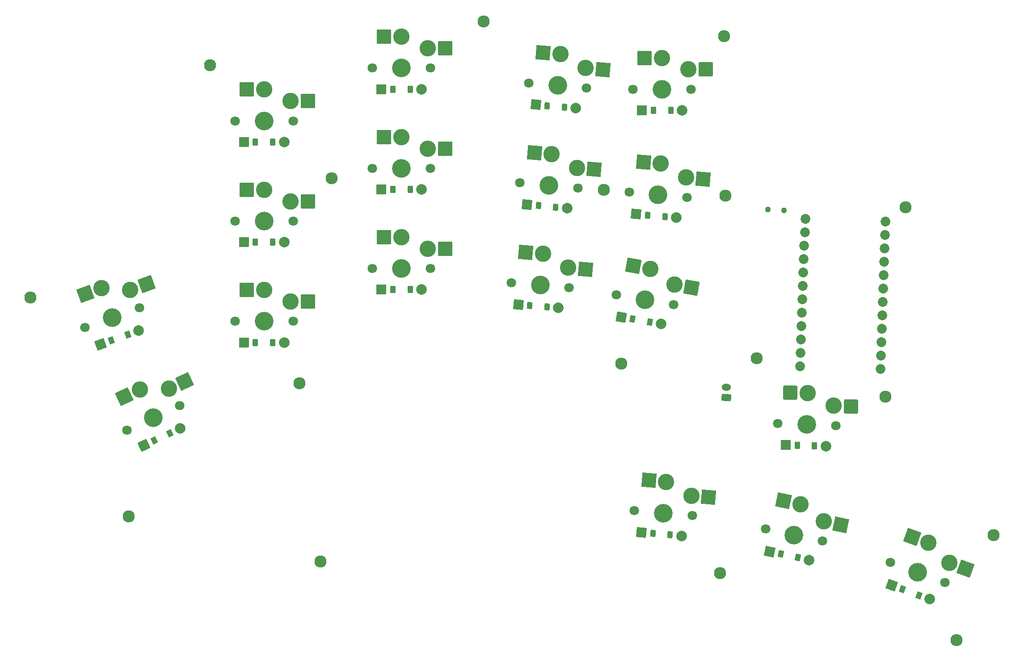
<source format=gbr>
%TF.GenerationSoftware,KiCad,Pcbnew,8.0.6*%
%TF.CreationDate,2025-01-06T03:54:34-07:00*%
%TF.ProjectId,left_circuit,6c656674-5f63-4697-9263-7569742e6b69,v1.0.0*%
%TF.SameCoordinates,Original*%
%TF.FileFunction,Soldermask,Bot*%
%TF.FilePolarity,Negative*%
%FSLAX46Y46*%
G04 Gerber Fmt 4.6, Leading zero omitted, Abs format (unit mm)*
G04 Created by KiCad (PCBNEW 8.0.6) date 2025-01-06 03:54:34*
%MOMM*%
%LPD*%
G01*
G04 APERTURE LIST*
G04 Aperture macros list*
%AMRoundRect*
0 Rectangle with rounded corners*
0 $1 Rounding radius*
0 $2 $3 $4 $5 $6 $7 $8 $9 X,Y pos of 4 corners*
0 Add a 4 corners polygon primitive as box body*
4,1,4,$2,$3,$4,$5,$6,$7,$8,$9,$2,$3,0*
0 Add four circle primitives for the rounded corners*
1,1,$1+$1,$2,$3*
1,1,$1+$1,$4,$5*
1,1,$1+$1,$6,$7*
1,1,$1+$1,$8,$9*
0 Add four rect primitives between the rounded corners*
20,1,$1+$1,$2,$3,$4,$5,0*
20,1,$1+$1,$4,$5,$6,$7,0*
20,1,$1+$1,$6,$7,$8,$9,0*
20,1,$1+$1,$8,$9,$2,$3,0*%
%AMHorizOval*
0 Thick line with rounded ends*
0 $1 width*
0 $2 $3 position (X,Y) of the first rounded end (center of the circle)*
0 $4 $5 position (X,Y) of the second rounded end (center of the circle)*
0 Add line between two ends*
20,1,$1,$2,$3,$4,$5,0*
0 Add two circle primitives to create the rounded ends*
1,1,$1,$2,$3*
1,1,$1,$4,$5*%
G04 Aperture macros list end*
%ADD10C,2.300000*%
%ADD11C,1.100000*%
%ADD12RoundRect,0.050000X0.828543X-0.629299X0.870422X0.569970X-0.828543X0.629299X-0.870422X-0.569970X0*%
%ADD13HorizOval,1.300000X-0.249848X0.008725X0.249848X-0.008725X0*%
%ADD14C,1.852600*%
%ADD15C,1.801800*%
%ADD16C,3.100000*%
%ADD17C,3.529000*%
%ADD18RoundRect,0.050000X-0.628796X-1.727604X1.727604X-0.628796X0.628796X1.727604X-1.727604X0.628796X0*%
%ADD19RoundRect,0.050000X-0.963099X-0.808136X0.808136X-0.963099X0.963099X0.808136X-0.808136X0.963099X0*%
%ADD20RoundRect,0.050000X-0.500581X-0.558497X0.395994X-0.636937X0.500581X0.558497X-0.395994X0.636937X0*%
%ADD21C,2.005000*%
%ADD22RoundRect,0.050000X-1.505993X-1.054507X1.054507X-1.505993X1.505993X1.054507X-1.054507X1.505993X0*%
%ADD23RoundRect,0.050000X-1.300000X-1.300000X1.300000X-1.300000X1.300000X1.300000X-1.300000X1.300000X0*%
%ADD24RoundRect,0.050000X-1.408356X-1.181751X1.181751X-1.408356X1.408356X1.181751X-1.181751X1.408356X0*%
%ADD25RoundRect,0.050000X-0.889000X-0.889000X0.889000X-0.889000X0.889000X0.889000X-0.889000X0.889000X0*%
%ADD26RoundRect,0.050000X-0.450000X-0.600000X0.450000X-0.600000X0.450000X0.600000X-0.450000X0.600000X0*%
%ADD27RoundRect,0.050000X-1.054407X-0.684740X0.684740X-1.054407X1.054407X0.684740X-0.684740X1.054407X0*%
%ADD28RoundRect,0.050000X-0.564913X-0.493328X0.315419X-0.680449X0.564913X0.493328X-0.315419X0.680449X0*%
%ADD29RoundRect,0.050000X-1.139443X-0.531331X0.531331X-1.139443X1.139443X0.531331X-0.531331X1.139443X0*%
%ADD30RoundRect,0.050000X-0.628074X-0.409907X0.217650X-0.717725X0.628074X0.409907X-0.217650X0.717725X0*%
%ADD31RoundRect,0.050000X-0.919484X-0.857433X0.857433X-0.919484X0.919484X0.857433X-0.857433X0.919484X0*%
%ADD32RoundRect,0.050000X-0.470666X-0.583930X0.428786X-0.615339X0.470666X0.583930X-0.428786X0.615339X0*%
%ADD33RoundRect,0.050000X-1.666227X-0.776974X0.776974X-1.666227X1.666227X0.776974X-0.776974X1.666227X0*%
%ADD34RoundRect,0.050000X-1.541877X-1.001307X1.001307X-1.541877X1.541877X1.001307X-1.001307X1.541877X0*%
%ADD35RoundRect,0.050000X-0.430000X-1.181415X1.181415X-0.430000X0.430000X1.181415X-1.181415X0.430000X0*%
%ADD36RoundRect,0.050000X-0.154268X-0.733963X0.661409X-0.353606X0.154268X0.733963X-0.661409X0.353606X0*%
%ADD37RoundRect,0.050000X-1.029867X-0.721121X0.721121X-1.029867X1.029867X0.721121X-0.721121X1.029867X0*%
%ADD38RoundRect,0.050000X-0.547352X-0.512743X0.338975X-0.669026X0.547352X0.512743X-0.338975X0.669026X0*%
%ADD39RoundRect,0.050000X-0.531331X-1.139443X1.139443X-0.531331X0.531331X1.139443X-1.139443X0.531331X0*%
%ADD40RoundRect,0.050000X-0.217650X-0.717725X0.628074X-0.409907X0.217650X0.717725X-0.628074X0.409907X0*%
%ADD41RoundRect,0.050000X-1.344577X-1.253839X1.253839X-1.344577X1.344577X1.253839X-1.253839X1.344577X0*%
%ADD42RoundRect,0.050000X-0.776974X-1.666227X1.666227X-0.776974X0.776974X1.666227X-1.666227X0.776974X0*%
G04 APERTURE END LIST*
D10*
%TO.C,MH1*%
X244310000Y-168670000D03*
%TD*%
%TO.C,MH1*%
X215330000Y-136800000D03*
%TD*%
%TO.C,MH1*%
X218650000Y-169750000D03*
%TD*%
%TO.C,MH1*%
X163840000Y-134600000D03*
%TD*%
%TO.C,MH1*%
X157674545Y-173478077D03*
%TD*%
%TO.C,MH1*%
X140760000Y-113140000D03*
%TD*%
%TO.C,MH1*%
X192550000Y-104890000D03*
%TD*%
%TO.C,MH1*%
X238180000Y-107670000D03*
%TD*%
%TO.C,MH1*%
X238430000Y-137850000D03*
%TD*%
%TO.C,MH1*%
X272542147Y-140079121D03*
%TD*%
%TO.C,MH1*%
X268720000Y-175980000D03*
%TD*%
%TO.C,MH1*%
X289180000Y-202250000D03*
%TD*%
%TO.C,MH1*%
X282170000Y-222140000D03*
%TD*%
%TO.C,MH1*%
X237409103Y-209388775D03*
%TD*%
%TO.C,MH1*%
X161660000Y-207220000D03*
%TD*%
%TO.C,MH1*%
X125380000Y-198680000D03*
%TD*%
D11*
%TO.C,T1*%
X246454778Y-140535302D03*
X249452950Y-140640000D03*
%TD*%
D12*
%TO.C,JST1*%
X238536594Y-176173887D03*
D13*
X238606392Y-174175105D03*
%TD*%
D14*
%TO.C,MCU1*%
X268744548Y-142800639D03*
X268655903Y-145339092D03*
X268567259Y-147877545D03*
X268478614Y-150415997D03*
X268389969Y-152954450D03*
X268301324Y-155492903D03*
X268212680Y-158031356D03*
X268124035Y-160569808D03*
X268035390Y-163108261D03*
X267946746Y-165646714D03*
X267858101Y-168185166D03*
X267769456Y-170723619D03*
X252538740Y-170191751D03*
X252627385Y-167653298D03*
X252716029Y-165114845D03*
X252804674Y-162576393D03*
X252893319Y-160037940D03*
X252981964Y-157499487D03*
X253070608Y-154961034D03*
X253159253Y-152422582D03*
X253247898Y-149884129D03*
X253336542Y-147345676D03*
X253425187Y-144807224D03*
X253513832Y-142268771D03*
%TD*%
D15*
%TO.C,S1*%
X125015307Y-182324400D03*
D16*
X127485421Y-174607469D03*
D17*
X130000000Y-180000000D03*
D16*
X132946720Y-174488254D03*
D15*
X134984693Y-177675600D03*
D18*
X124517263Y-175991543D03*
X135914878Y-173104180D03*
%TD*%
D19*
%TO.C,D11*%
X202476327Y-120657339D03*
D20*
X204628108Y-120845595D03*
X207915550Y-121133209D03*
D21*
X210067331Y-121321465D03*
%TD*%
D15*
%TO.C,S12*%
X217728829Y-156644266D03*
D16*
X224178479Y-151739725D03*
D17*
X223145272Y-157599331D03*
D16*
X228720491Y-154774543D03*
D15*
X228561715Y-158554396D03*
D22*
X220953233Y-151171027D03*
X231945737Y-155343241D03*
%TD*%
D15*
%TO.C,S6*%
X171513757Y-151707765D03*
D16*
X177013757Y-145757765D03*
D17*
X177013757Y-151707765D03*
D16*
X182013757Y-147957765D03*
D15*
X182513757Y-151707765D03*
D23*
X173738757Y-145757765D03*
X185288757Y-147957765D03*
%TD*%
D15*
%TO.C,S10*%
X199485422Y-135452965D03*
D16*
X205483070Y-130004964D03*
D17*
X204964493Y-135932322D03*
D16*
X210272304Y-132632371D03*
D15*
X210443564Y-136411679D03*
D24*
X202220532Y-129719528D03*
X213534838Y-132917806D03*
%TD*%
D15*
%TO.C,S9*%
X197829463Y-154380664D03*
D16*
X203827111Y-148932663D03*
D17*
X203308534Y-154860021D03*
D16*
X208616345Y-151560070D03*
D15*
X208787605Y-155339378D03*
D24*
X200564573Y-148647227D03*
X211878879Y-151845505D03*
%TD*%
D25*
%TO.C,D3*%
X147203757Y-165707765D03*
D26*
X149363757Y-165707765D03*
X152663757Y-165707765D03*
D21*
X154823757Y-165707765D03*
%TD*%
D25*
%TO.C,D14*%
X222570348Y-121718478D03*
D26*
X224730348Y-121718478D03*
X228030348Y-121718478D03*
D21*
X230190348Y-121718478D03*
%TD*%
D15*
%TO.C,S13*%
X220154357Y-137250171D03*
D16*
X226152005Y-131802170D03*
D17*
X225633428Y-137729528D03*
D16*
X230941239Y-134429577D03*
D15*
X231112499Y-138208885D03*
D24*
X222889467Y-131516734D03*
X234203773Y-134715012D03*
%TD*%
D15*
%TO.C,S3*%
X145513757Y-161707765D03*
D16*
X151013757Y-155757765D03*
D17*
X151013757Y-161707765D03*
D16*
X156013757Y-157957765D03*
D15*
X156513757Y-161707765D03*
D23*
X147738757Y-155757765D03*
X159288757Y-157957765D03*
%TD*%
D27*
%TO.C,D16*%
X246804573Y-205348937D03*
D28*
X248917371Y-205798028D03*
X252145259Y-206484136D03*
D21*
X254258057Y-206933227D03*
%TD*%
D19*
%TO.C,D9*%
X199164409Y-158512737D03*
D20*
X201316190Y-158700993D03*
X204603632Y-158988607D03*
D21*
X206755413Y-159176863D03*
%TD*%
D15*
%TO.C,S5*%
X145513757Y-123707765D03*
D16*
X151013757Y-117757765D03*
D17*
X151013757Y-123707765D03*
D16*
X156013757Y-119957765D03*
D15*
X156513757Y-123707765D03*
D23*
X147738757Y-117757765D03*
X159288757Y-119957765D03*
%TD*%
D29*
%TO.C,D18*%
X269887546Y-211756877D03*
D30*
X271917282Y-212495641D03*
X275018268Y-213624307D03*
D21*
X277048004Y-214363071D03*
%TD*%
D31*
%TO.C,D17*%
X249825535Y-185136165D03*
D32*
X251984219Y-185211548D03*
X255282209Y-185326716D03*
D21*
X257440893Y-185402099D03*
%TD*%
D15*
%TO.C,S18*%
X269667547Y-207420092D03*
D16*
X276870876Y-203710032D03*
D17*
X274835856Y-209301203D03*
D16*
X280816895Y-207487456D03*
D15*
X280004165Y-211182314D03*
D33*
X273793383Y-202589916D03*
X283894388Y-208607572D03*
%TD*%
D15*
%TO.C,S16*%
X245983150Y-201084978D03*
D16*
X252600037Y-196408514D03*
D17*
X251362962Y-202228492D03*
D16*
X257033369Y-199599997D03*
D15*
X256742774Y-203372006D03*
D34*
X249396603Y-195727603D03*
X260236802Y-200280908D03*
%TD*%
D15*
%TO.C,S7*%
X171513757Y-132707765D03*
D16*
X177013757Y-126757765D03*
D17*
X177013757Y-132707765D03*
D16*
X182013757Y-128957765D03*
D15*
X182513757Y-132707765D03*
D23*
X173738757Y-126757765D03*
X185288757Y-128957765D03*
%TD*%
D15*
%TO.C,S15*%
X221153335Y-197577852D03*
D16*
X227150983Y-192129851D03*
D17*
X226632406Y-198057209D03*
D16*
X231940217Y-194757258D03*
D15*
X232111477Y-198536566D03*
D24*
X223888445Y-191844415D03*
X235202751Y-195042693D03*
%TD*%
D10*
%TO.C,MH1*%
X106750000Y-157190000D03*
%TD*%
D35*
%TO.C,D1*%
X128237440Y-185235407D03*
D36*
X130195065Y-184322551D03*
X133185881Y-182927911D03*
D21*
X135143506Y-182015055D03*
%TD*%
D15*
%TO.C,S11*%
X201141381Y-116525266D03*
D16*
X207139029Y-111077265D03*
D17*
X206620452Y-117004623D03*
D16*
X211928263Y-113704672D03*
D15*
X212099523Y-117483980D03*
D24*
X203876491Y-110791829D03*
X215190797Y-113990107D03*
%TD*%
D15*
%TO.C,S8*%
X171513757Y-113707765D03*
D16*
X177013757Y-107757765D03*
D17*
X177013757Y-113707765D03*
D16*
X182013757Y-109957765D03*
D15*
X182513757Y-113707765D03*
D23*
X173738757Y-107757765D03*
X185288757Y-109957765D03*
%TD*%
D25*
%TO.C,D4*%
X147203757Y-146707765D03*
D26*
X149363757Y-146707765D03*
X152663757Y-146707765D03*
D21*
X154823757Y-146707765D03*
%TD*%
D25*
%TO.C,D6*%
X173203757Y-155707765D03*
D26*
X175363757Y-155707765D03*
X178663757Y-155707765D03*
D21*
X180823757Y-155707765D03*
%TD*%
D37*
%TO.C,D12*%
X218698560Y-160876962D03*
D38*
X220825747Y-161252043D03*
X224075613Y-161825081D03*
D21*
X226202800Y-162200162D03*
%TD*%
D19*
%TO.C,D10*%
X200820368Y-139585038D03*
D20*
X202972149Y-139773294D03*
X206259591Y-140060908D03*
D21*
X208411372Y-140249164D03*
%TD*%
D39*
%TO.C,D2*%
X120030485Y-166059940D03*
D40*
X122060221Y-165321176D03*
X125161207Y-164192510D03*
D21*
X127190943Y-163453746D03*
%TD*%
D25*
%TO.C,D8*%
X173203757Y-117707765D03*
D26*
X175363757Y-117707765D03*
X178663757Y-117707765D03*
D21*
X180823757Y-117707765D03*
%TD*%
D19*
%TO.C,D13*%
X221489303Y-141382244D03*
D20*
X223641084Y-141570500D03*
X226928526Y-141858114D03*
D21*
X229080307Y-142046370D03*
%TD*%
D15*
%TO.C,S14*%
X220880348Y-117718478D03*
D16*
X226380348Y-111768478D03*
D17*
X226380348Y-117718478D03*
D16*
X231380348Y-113968478D03*
D15*
X231880348Y-117718478D03*
D23*
X223105348Y-111768478D03*
X234655348Y-113968478D03*
%TD*%
D15*
%TO.C,S17*%
X248276162Y-181079622D03*
D16*
X253980464Y-175325194D03*
D17*
X253772812Y-181271569D03*
D16*
X258900639Y-177698351D03*
D15*
X259269462Y-181463516D03*
D41*
X250707459Y-175210898D03*
X262173644Y-177812647D03*
%TD*%
D15*
%TO.C,S2*%
X117074324Y-162879183D03*
D16*
X120207613Y-155406901D03*
D17*
X122242633Y-160998072D03*
D16*
X125658521Y-155764124D03*
D15*
X127410942Y-159116961D03*
D42*
X117130120Y-156527017D03*
X128736014Y-154644008D03*
%TD*%
D15*
%TO.C,S4*%
X145513757Y-142707765D03*
D16*
X151013757Y-136757765D03*
D17*
X151013757Y-142707765D03*
D16*
X156013757Y-138957765D03*
D15*
X156513757Y-142707765D03*
D23*
X147738757Y-136757765D03*
X159288757Y-138957765D03*
%TD*%
D19*
%TO.C,D15*%
X222488281Y-201709925D03*
D20*
X224640062Y-201898181D03*
X227927504Y-202185795D03*
D21*
X230079285Y-202374051D03*
%TD*%
D25*
%TO.C,D7*%
X173203757Y-136707765D03*
D26*
X175363757Y-136707765D03*
X178663757Y-136707765D03*
D21*
X180823757Y-136707765D03*
%TD*%
D25*
%TO.C,D5*%
X147203757Y-127707765D03*
D26*
X149363757Y-127707765D03*
X152663757Y-127707765D03*
D21*
X154823757Y-127707765D03*
%TD*%
M02*

</source>
